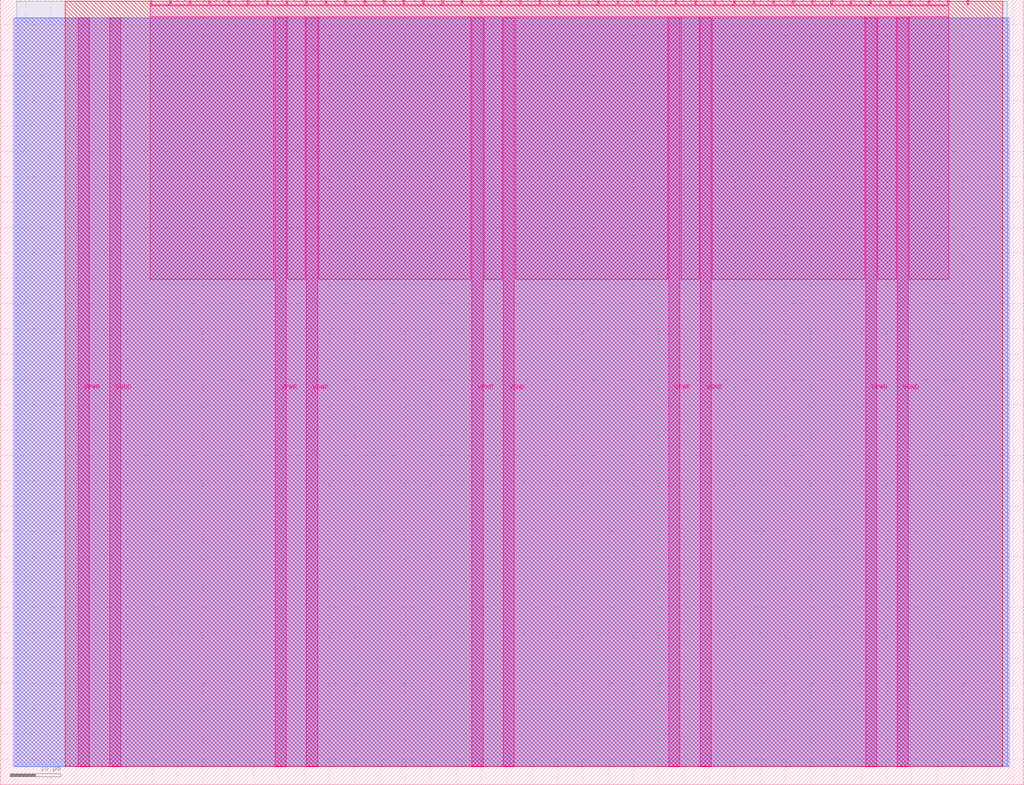
<source format=lef>
VERSION 5.7 ;
  NOWIREEXTENSIONATPIN ON ;
  DIVIDERCHAR "/" ;
  BUSBITCHARS "[]" ;
MACRO tt_um_alif
  CLASS BLOCK ;
  FOREIGN tt_um_alif ;
  ORIGIN 0.000 0.000 ;
  SIZE 202.080 BY 154.980 ;
  PIN VGND
    DIRECTION INOUT ;
    USE GROUND ;
    PORT
      LAYER Metal5 ;
        RECT 21.580 3.560 23.780 151.420 ;
    END
    PORT
      LAYER Metal5 ;
        RECT 60.450 3.560 62.650 151.420 ;
    END
    PORT
      LAYER Metal5 ;
        RECT 99.320 3.560 101.520 151.420 ;
    END
    PORT
      LAYER Metal5 ;
        RECT 138.190 3.560 140.390 151.420 ;
    END
    PORT
      LAYER Metal5 ;
        RECT 177.060 3.560 179.260 151.420 ;
    END
  END VGND
  PIN VPWR
    DIRECTION INOUT ;
    USE POWER ;
    PORT
      LAYER Metal5 ;
        RECT 15.380 3.560 17.580 151.420 ;
    END
    PORT
      LAYER Metal5 ;
        RECT 54.250 3.560 56.450 151.420 ;
    END
    PORT
      LAYER Metal5 ;
        RECT 93.120 3.560 95.320 151.420 ;
    END
    PORT
      LAYER Metal5 ;
        RECT 131.990 3.560 134.190 151.420 ;
    END
    PORT
      LAYER Metal5 ;
        RECT 170.860 3.560 173.060 151.420 ;
    END
  END VPWR
  PIN clk
    DIRECTION INPUT ;
    USE SIGNAL ;
    ANTENNAGATEAREA 0.213200 ;
    PORT
      LAYER Metal5 ;
        RECT 187.050 153.980 187.350 154.980 ;
    END
  END clk
  PIN ena
    DIRECTION INPUT ;
    USE SIGNAL ;
    PORT
      LAYER Metal5 ;
        RECT 190.890 153.980 191.190 154.980 ;
    END
  END ena
  PIN rst_n
    DIRECTION INPUT ;
    USE SIGNAL ;
    ANTENNAGATEAREA 0.213200 ;
    PORT
      LAYER Metal5 ;
        RECT 183.210 153.980 183.510 154.980 ;
    END
  END rst_n
  PIN ui_in[0]
    DIRECTION INPUT ;
    USE SIGNAL ;
    ANTENNAGATEAREA 0.314600 ;
    PORT
      LAYER Metal5 ;
        RECT 179.370 153.980 179.670 154.980 ;
    END
  END ui_in[0]
  PIN ui_in[1]
    DIRECTION INPUT ;
    USE SIGNAL ;
    ANTENNAGATEAREA 0.314600 ;
    PORT
      LAYER Metal5 ;
        RECT 175.530 153.980 175.830 154.980 ;
    END
  END ui_in[1]
  PIN ui_in[2]
    DIRECTION INPUT ;
    USE SIGNAL ;
    ANTENNAGATEAREA 0.314600 ;
    PORT
      LAYER Metal5 ;
        RECT 171.690 153.980 171.990 154.980 ;
    END
  END ui_in[2]
  PIN ui_in[3]
    DIRECTION INPUT ;
    USE SIGNAL ;
    ANTENNAGATEAREA 0.314600 ;
    PORT
      LAYER Metal5 ;
        RECT 167.850 153.980 168.150 154.980 ;
    END
  END ui_in[3]
  PIN ui_in[4]
    DIRECTION INPUT ;
    USE SIGNAL ;
    ANTENNAGATEAREA 0.314600 ;
    PORT
      LAYER Metal5 ;
        RECT 164.010 153.980 164.310 154.980 ;
    END
  END ui_in[4]
  PIN ui_in[5]
    DIRECTION INPUT ;
    USE SIGNAL ;
    ANTENNAGATEAREA 0.213200 ;
    PORT
      LAYER Metal5 ;
        RECT 160.170 153.980 160.470 154.980 ;
    END
  END ui_in[5]
  PIN ui_in[6]
    DIRECTION INPUT ;
    USE SIGNAL ;
    ANTENNAGATEAREA 0.213200 ;
    PORT
      LAYER Metal5 ;
        RECT 156.330 153.980 156.630 154.980 ;
    END
  END ui_in[6]
  PIN ui_in[7]
    DIRECTION INPUT ;
    USE SIGNAL ;
    ANTENNAGATEAREA 0.314600 ;
    PORT
      LAYER Metal5 ;
        RECT 152.490 153.980 152.790 154.980 ;
    END
  END ui_in[7]
  PIN uio_in[0]
    DIRECTION INPUT ;
    USE SIGNAL ;
    PORT
      LAYER Metal5 ;
        RECT 148.650 153.980 148.950 154.980 ;
    END
  END uio_in[0]
  PIN uio_in[1]
    DIRECTION INPUT ;
    USE SIGNAL ;
    PORT
      LAYER Metal5 ;
        RECT 144.810 153.980 145.110 154.980 ;
    END
  END uio_in[1]
  PIN uio_in[2]
    DIRECTION INPUT ;
    USE SIGNAL ;
    PORT
      LAYER Metal5 ;
        RECT 140.970 153.980 141.270 154.980 ;
    END
  END uio_in[2]
  PIN uio_in[3]
    DIRECTION INPUT ;
    USE SIGNAL ;
    PORT
      LAYER Metal5 ;
        RECT 137.130 153.980 137.430 154.980 ;
    END
  END uio_in[3]
  PIN uio_in[4]
    DIRECTION INPUT ;
    USE SIGNAL ;
    PORT
      LAYER Metal5 ;
        RECT 133.290 153.980 133.590 154.980 ;
    END
  END uio_in[4]
  PIN uio_in[5]
    DIRECTION INPUT ;
    USE SIGNAL ;
    PORT
      LAYER Metal5 ;
        RECT 129.450 153.980 129.750 154.980 ;
    END
  END uio_in[5]
  PIN uio_in[6]
    DIRECTION INPUT ;
    USE SIGNAL ;
    PORT
      LAYER Metal5 ;
        RECT 125.610 153.980 125.910 154.980 ;
    END
  END uio_in[6]
  PIN uio_in[7]
    DIRECTION INPUT ;
    USE SIGNAL ;
    PORT
      LAYER Metal5 ;
        RECT 121.770 153.980 122.070 154.980 ;
    END
  END uio_in[7]
  PIN uio_oe[0]
    DIRECTION OUTPUT ;
    USE SIGNAL ;
    ANTENNADIFFAREA 0.392700 ;
    PORT
      LAYER Metal5 ;
        RECT 56.490 153.980 56.790 154.980 ;
    END
  END uio_oe[0]
  PIN uio_oe[1]
    DIRECTION OUTPUT ;
    USE SIGNAL ;
    ANTENNADIFFAREA 0.299200 ;
    PORT
      LAYER Metal5 ;
        RECT 52.650 153.980 52.950 154.980 ;
    END
  END uio_oe[1]
  PIN uio_oe[2]
    DIRECTION OUTPUT ;
    USE SIGNAL ;
    ANTENNADIFFAREA 0.299200 ;
    PORT
      LAYER Metal5 ;
        RECT 48.810 153.980 49.110 154.980 ;
    END
  END uio_oe[2]
  PIN uio_oe[3]
    DIRECTION OUTPUT ;
    USE SIGNAL ;
    ANTENNADIFFAREA 0.299200 ;
    PORT
      LAYER Metal5 ;
        RECT 44.970 153.980 45.270 154.980 ;
    END
  END uio_oe[3]
  PIN uio_oe[4]
    DIRECTION OUTPUT ;
    USE SIGNAL ;
    ANTENNADIFFAREA 0.299200 ;
    PORT
      LAYER Metal5 ;
        RECT 41.130 153.980 41.430 154.980 ;
    END
  END uio_oe[4]
  PIN uio_oe[5]
    DIRECTION OUTPUT ;
    USE SIGNAL ;
    ANTENNADIFFAREA 0.299200 ;
    PORT
      LAYER Metal5 ;
        RECT 37.290 153.980 37.590 154.980 ;
    END
  END uio_oe[5]
  PIN uio_oe[6]
    DIRECTION OUTPUT ;
    USE SIGNAL ;
    ANTENNADIFFAREA 0.299200 ;
    PORT
      LAYER Metal5 ;
        RECT 33.450 153.980 33.750 154.980 ;
    END
  END uio_oe[6]
  PIN uio_oe[7]
    DIRECTION OUTPUT ;
    USE SIGNAL ;
    ANTENNADIFFAREA 0.299200 ;
    PORT
      LAYER Metal5 ;
        RECT 29.610 153.980 29.910 154.980 ;
    END
  END uio_oe[7]
  PIN uio_out[0]
    DIRECTION OUTPUT ;
    USE SIGNAL ;
    ANTENNADIFFAREA 0.299200 ;
    PORT
      LAYER Metal5 ;
        RECT 87.210 153.980 87.510 154.980 ;
    END
  END uio_out[0]
  PIN uio_out[1]
    DIRECTION OUTPUT ;
    USE SIGNAL ;
    ANTENNADIFFAREA 0.299200 ;
    PORT
      LAYER Metal5 ;
        RECT 83.370 153.980 83.670 154.980 ;
    END
  END uio_out[1]
  PIN uio_out[2]
    DIRECTION OUTPUT ;
    USE SIGNAL ;
    ANTENNADIFFAREA 0.299200 ;
    PORT
      LAYER Metal5 ;
        RECT 79.530 153.980 79.830 154.980 ;
    END
  END uio_out[2]
  PIN uio_out[3]
    DIRECTION OUTPUT ;
    USE SIGNAL ;
    ANTENNADIFFAREA 0.299200 ;
    PORT
      LAYER Metal5 ;
        RECT 75.690 153.980 75.990 154.980 ;
    END
  END uio_out[3]
  PIN uio_out[4]
    DIRECTION OUTPUT ;
    USE SIGNAL ;
    ANTENNADIFFAREA 0.299200 ;
    PORT
      LAYER Metal5 ;
        RECT 71.850 153.980 72.150 154.980 ;
    END
  END uio_out[4]
  PIN uio_out[5]
    DIRECTION OUTPUT ;
    USE SIGNAL ;
    ANTENNADIFFAREA 0.706800 ;
    PORT
      LAYER Metal5 ;
        RECT 68.010 153.980 68.310 154.980 ;
    END
  END uio_out[5]
  PIN uio_out[6]
    DIRECTION OUTPUT ;
    USE SIGNAL ;
    ANTENNADIFFAREA 0.654800 ;
    PORT
      LAYER Metal5 ;
        RECT 64.170 153.980 64.470 154.980 ;
    END
  END uio_out[6]
  PIN uio_out[7]
    DIRECTION OUTPUT ;
    USE SIGNAL ;
    ANTENNADIFFAREA 0.654800 ;
    PORT
      LAYER Metal5 ;
        RECT 60.330 153.980 60.630 154.980 ;
    END
  END uio_out[7]
  PIN uo_out[0]
    DIRECTION OUTPUT ;
    USE SIGNAL ;
    ANTENNAGATEAREA 0.762600 ;
    ANTENNADIFFAREA 0.632400 ;
    PORT
      LAYER Metal5 ;
        RECT 117.930 153.980 118.230 154.980 ;
    END
  END uo_out[0]
  PIN uo_out[1]
    DIRECTION OUTPUT ;
    USE SIGNAL ;
    ANTENNAGATEAREA 0.967200 ;
    ANTENNADIFFAREA 0.632400 ;
    PORT
      LAYER Metal5 ;
        RECT 114.090 153.980 114.390 154.980 ;
    END
  END uo_out[1]
  PIN uo_out[2]
    DIRECTION OUTPUT ;
    USE SIGNAL ;
    ANTENNAGATEAREA 2.130700 ;
    ANTENNADIFFAREA 1.413600 ;
    PORT
      LAYER Metal5 ;
        RECT 110.250 153.980 110.550 154.980 ;
    END
  END uo_out[2]
  PIN uo_out[3]
    DIRECTION OUTPUT ;
    USE SIGNAL ;
    ANTENNAGATEAREA 1.966900 ;
    ANTENNADIFFAREA 0.706800 ;
    PORT
      LAYER Metal5 ;
        RECT 106.410 153.980 106.710 154.980 ;
    END
  END uo_out[3]
  PIN uo_out[4]
    DIRECTION OUTPUT ;
    USE SIGNAL ;
    ANTENNAGATEAREA 2.078200 ;
    ANTENNADIFFAREA 1.413600 ;
    PORT
      LAYER Metal5 ;
        RECT 102.570 153.980 102.870 154.980 ;
    END
  END uo_out[4]
  PIN uo_out[5]
    DIRECTION OUTPUT ;
    USE SIGNAL ;
    ANTENNAGATEAREA 2.037100 ;
    ANTENNADIFFAREA 1.413600 ;
    PORT
      LAYER Metal5 ;
        RECT 98.730 153.980 99.030 154.980 ;
    END
  END uo_out[5]
  PIN uo_out[6]
    DIRECTION OUTPUT ;
    USE SIGNAL ;
    ANTENNAGATEAREA 2.264100 ;
    ANTENNADIFFAREA 0.632400 ;
    PORT
      LAYER Metal5 ;
        RECT 94.890 153.980 95.190 154.980 ;
    END
  END uo_out[6]
  PIN uo_out[7]
    DIRECTION OUTPUT ;
    USE SIGNAL ;
    ANTENNAGATEAREA 1.902700 ;
    ANTENNADIFFAREA 0.632400 ;
    PORT
      LAYER Metal5 ;
        RECT 91.050 153.980 91.350 154.980 ;
    END
  END uo_out[7]
  OBS
      LAYER GatPoly ;
        RECT 2.880 3.630 199.200 151.350 ;
      LAYER Metal1 ;
        RECT 2.880 3.560 199.200 151.420 ;
      LAYER Metal2 ;
        RECT 2.605 3.680 198.865 151.300 ;
      LAYER Metal3 ;
        RECT 3.260 3.635 198.820 154.705 ;
      LAYER Metal4 ;
        RECT 12.815 3.680 197.905 154.660 ;
      LAYER Metal5 ;
        RECT 30.120 153.770 33.240 153.980 ;
        RECT 33.960 153.770 37.080 153.980 ;
        RECT 37.800 153.770 40.920 153.980 ;
        RECT 41.640 153.770 44.760 153.980 ;
        RECT 45.480 153.770 48.600 153.980 ;
        RECT 49.320 153.770 52.440 153.980 ;
        RECT 53.160 153.770 56.280 153.980 ;
        RECT 57.000 153.770 60.120 153.980 ;
        RECT 60.840 153.770 63.960 153.980 ;
        RECT 64.680 153.770 67.800 153.980 ;
        RECT 68.520 153.770 71.640 153.980 ;
        RECT 72.360 153.770 75.480 153.980 ;
        RECT 76.200 153.770 79.320 153.980 ;
        RECT 80.040 153.770 83.160 153.980 ;
        RECT 83.880 153.770 87.000 153.980 ;
        RECT 87.720 153.770 90.840 153.980 ;
        RECT 91.560 153.770 94.680 153.980 ;
        RECT 95.400 153.770 98.520 153.980 ;
        RECT 99.240 153.770 102.360 153.980 ;
        RECT 103.080 153.770 106.200 153.980 ;
        RECT 106.920 153.770 110.040 153.980 ;
        RECT 110.760 153.770 113.880 153.980 ;
        RECT 114.600 153.770 117.720 153.980 ;
        RECT 118.440 153.770 121.560 153.980 ;
        RECT 122.280 153.770 125.400 153.980 ;
        RECT 126.120 153.770 129.240 153.980 ;
        RECT 129.960 153.770 133.080 153.980 ;
        RECT 133.800 153.770 136.920 153.980 ;
        RECT 137.640 153.770 140.760 153.980 ;
        RECT 141.480 153.770 144.600 153.980 ;
        RECT 145.320 153.770 148.440 153.980 ;
        RECT 149.160 153.770 152.280 153.980 ;
        RECT 153.000 153.770 156.120 153.980 ;
        RECT 156.840 153.770 159.960 153.980 ;
        RECT 160.680 153.770 163.800 153.980 ;
        RECT 164.520 153.770 167.640 153.980 ;
        RECT 168.360 153.770 171.480 153.980 ;
        RECT 172.200 153.770 175.320 153.980 ;
        RECT 176.040 153.770 179.160 153.980 ;
        RECT 179.880 153.770 183.000 153.980 ;
        RECT 183.720 153.770 186.840 153.980 ;
        RECT 29.660 151.630 187.300 153.770 ;
        RECT 29.660 99.815 54.040 151.630 ;
        RECT 56.660 99.815 60.240 151.630 ;
        RECT 62.860 99.815 92.910 151.630 ;
        RECT 95.530 99.815 99.110 151.630 ;
        RECT 101.730 99.815 131.780 151.630 ;
        RECT 134.400 99.815 137.980 151.630 ;
        RECT 140.600 99.815 170.650 151.630 ;
        RECT 173.270 99.815 176.850 151.630 ;
        RECT 179.470 99.815 187.300 151.630 ;
  END
END tt_um_alif
END LIBRARY


</source>
